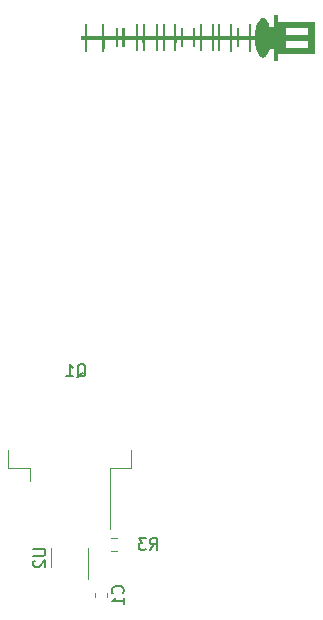
<source format=gbr>
%TF.GenerationSoftware,KiCad,Pcbnew,7.0.2*%
%TF.CreationDate,2024-03-28T21:29:25-05:00*%
%TF.ProjectId,Relay_board_hardware,52656c61-795f-4626-9f61-72645f686172,rev?*%
%TF.SameCoordinates,Original*%
%TF.FileFunction,Legend,Bot*%
%TF.FilePolarity,Positive*%
%FSLAX46Y46*%
G04 Gerber Fmt 4.6, Leading zero omitted, Abs format (unit mm)*
G04 Created by KiCad (PCBNEW 7.0.2) date 2024-03-28 21:29:25*
%MOMM*%
%LPD*%
G01*
G04 APERTURE LIST*
%ADD10C,0.150000*%
%ADD11C,0.120000*%
G04 APERTURE END LIST*
D10*
%TO.C,C1*%
X145942380Y-102930833D02*
X145990000Y-102883214D01*
X145990000Y-102883214D02*
X146037619Y-102740357D01*
X146037619Y-102740357D02*
X146037619Y-102645119D01*
X146037619Y-102645119D02*
X145990000Y-102502262D01*
X145990000Y-102502262D02*
X145894761Y-102407024D01*
X145894761Y-102407024D02*
X145799523Y-102359405D01*
X145799523Y-102359405D02*
X145609047Y-102311786D01*
X145609047Y-102311786D02*
X145466190Y-102311786D01*
X145466190Y-102311786D02*
X145275714Y-102359405D01*
X145275714Y-102359405D02*
X145180476Y-102407024D01*
X145180476Y-102407024D02*
X145085238Y-102502262D01*
X145085238Y-102502262D02*
X145037619Y-102645119D01*
X145037619Y-102645119D02*
X145037619Y-102740357D01*
X145037619Y-102740357D02*
X145085238Y-102883214D01*
X145085238Y-102883214D02*
X145132857Y-102930833D01*
X146037619Y-103883214D02*
X146037619Y-103311786D01*
X146037619Y-103597500D02*
X145037619Y-103597500D01*
X145037619Y-103597500D02*
X145180476Y-103502262D01*
X145180476Y-103502262D02*
X145275714Y-103407024D01*
X145275714Y-103407024D02*
X145323333Y-103311786D01*
%TO.C,R3*%
X148248666Y-99268619D02*
X148581999Y-98792428D01*
X148820094Y-99268619D02*
X148820094Y-98268619D01*
X148820094Y-98268619D02*
X148439142Y-98268619D01*
X148439142Y-98268619D02*
X148343904Y-98316238D01*
X148343904Y-98316238D02*
X148296285Y-98363857D01*
X148296285Y-98363857D02*
X148248666Y-98459095D01*
X148248666Y-98459095D02*
X148248666Y-98601952D01*
X148248666Y-98601952D02*
X148296285Y-98697190D01*
X148296285Y-98697190D02*
X148343904Y-98744809D01*
X148343904Y-98744809D02*
X148439142Y-98792428D01*
X148439142Y-98792428D02*
X148820094Y-98792428D01*
X147915332Y-98268619D02*
X147296285Y-98268619D01*
X147296285Y-98268619D02*
X147629618Y-98649571D01*
X147629618Y-98649571D02*
X147486761Y-98649571D01*
X147486761Y-98649571D02*
X147391523Y-98697190D01*
X147391523Y-98697190D02*
X147343904Y-98744809D01*
X147343904Y-98744809D02*
X147296285Y-98840047D01*
X147296285Y-98840047D02*
X147296285Y-99078142D01*
X147296285Y-99078142D02*
X147343904Y-99173380D01*
X147343904Y-99173380D02*
X147391523Y-99221000D01*
X147391523Y-99221000D02*
X147486761Y-99268619D01*
X147486761Y-99268619D02*
X147772475Y-99268619D01*
X147772475Y-99268619D02*
X147867713Y-99221000D01*
X147867713Y-99221000D02*
X147915332Y-99173380D01*
%TO.C,U2*%
X138400619Y-99192595D02*
X139210142Y-99192595D01*
X139210142Y-99192595D02*
X139305380Y-99240214D01*
X139305380Y-99240214D02*
X139353000Y-99287833D01*
X139353000Y-99287833D02*
X139400619Y-99383071D01*
X139400619Y-99383071D02*
X139400619Y-99573547D01*
X139400619Y-99573547D02*
X139353000Y-99668785D01*
X139353000Y-99668785D02*
X139305380Y-99716404D01*
X139305380Y-99716404D02*
X139210142Y-99764023D01*
X139210142Y-99764023D02*
X138400619Y-99764023D01*
X138495857Y-100192595D02*
X138448238Y-100240214D01*
X138448238Y-100240214D02*
X138400619Y-100335452D01*
X138400619Y-100335452D02*
X138400619Y-100573547D01*
X138400619Y-100573547D02*
X138448238Y-100668785D01*
X138448238Y-100668785D02*
X138495857Y-100716404D01*
X138495857Y-100716404D02*
X138591095Y-100764023D01*
X138591095Y-100764023D02*
X138686333Y-100764023D01*
X138686333Y-100764023D02*
X138829190Y-100716404D01*
X138829190Y-100716404D02*
X139400619Y-100144976D01*
X139400619Y-100144976D02*
X139400619Y-100764023D01*
%TO.C,Q1*%
X142081238Y-84661857D02*
X142176476Y-84614238D01*
X142176476Y-84614238D02*
X142271714Y-84519000D01*
X142271714Y-84519000D02*
X142414571Y-84376142D01*
X142414571Y-84376142D02*
X142509809Y-84328523D01*
X142509809Y-84328523D02*
X142605047Y-84328523D01*
X142557428Y-84566619D02*
X142652666Y-84519000D01*
X142652666Y-84519000D02*
X142747904Y-84423761D01*
X142747904Y-84423761D02*
X142795523Y-84233285D01*
X142795523Y-84233285D02*
X142795523Y-83899952D01*
X142795523Y-83899952D02*
X142747904Y-83709476D01*
X142747904Y-83709476D02*
X142652666Y-83614238D01*
X142652666Y-83614238D02*
X142557428Y-83566619D01*
X142557428Y-83566619D02*
X142366952Y-83566619D01*
X142366952Y-83566619D02*
X142271714Y-83614238D01*
X142271714Y-83614238D02*
X142176476Y-83709476D01*
X142176476Y-83709476D02*
X142128857Y-83899952D01*
X142128857Y-83899952D02*
X142128857Y-84233285D01*
X142128857Y-84233285D02*
X142176476Y-84423761D01*
X142176476Y-84423761D02*
X142271714Y-84519000D01*
X142271714Y-84519000D02*
X142366952Y-84566619D01*
X142366952Y-84566619D02*
X142557428Y-84566619D01*
X141176476Y-84566619D02*
X141747904Y-84566619D01*
X141462190Y-84566619D02*
X141462190Y-83566619D01*
X141462190Y-83566619D02*
X141557428Y-83709476D01*
X141557428Y-83709476D02*
X141652666Y-83804714D01*
X141652666Y-83804714D02*
X141747904Y-83852333D01*
D11*
%TO.C,C1*%
X144655000Y-103243767D02*
X144655000Y-102951233D01*
X143635000Y-103243767D02*
X143635000Y-102951233D01*
%TO.C,R3*%
X145439224Y-98283500D02*
X144929776Y-98283500D01*
X145439224Y-99328500D02*
X144929776Y-99328500D01*
%TO.C,U2*%
X139918000Y-99954500D02*
X139918000Y-100754500D01*
X143038000Y-99954500D02*
X143038000Y-101754500D01*
X143038000Y-99954500D02*
X143038000Y-99154500D01*
X139918000Y-99954500D02*
X139918000Y-99154500D01*
%TO.C,G\u002A\u002A\u002A*%
G36*
X159125538Y-54283965D02*
G01*
X159125538Y-54565619D01*
X160661828Y-54565619D01*
X162198119Y-54565619D01*
X162198119Y-55914140D01*
X162198119Y-57262662D01*
X160998959Y-57264793D01*
X160908717Y-57264941D01*
X160698710Y-57265191D01*
X160492058Y-57265314D01*
X160292608Y-57265315D01*
X160104210Y-57265197D01*
X159930711Y-57264965D01*
X159775959Y-57264623D01*
X159643803Y-57264177D01*
X159538090Y-57263631D01*
X159462669Y-57262989D01*
X159125538Y-57259054D01*
X159125538Y-57551046D01*
X159125538Y-57843038D01*
X158946304Y-57843038D01*
X158767070Y-57843038D01*
X158767070Y-57348011D01*
X158767070Y-56852984D01*
X158590826Y-56852984D01*
X158414582Y-56852984D01*
X158350105Y-57027951D01*
X158289151Y-57175970D01*
X158211097Y-57322898D01*
X158127178Y-57438664D01*
X158038022Y-57522566D01*
X157944256Y-57573899D01*
X157846508Y-57591961D01*
X157835181Y-57591864D01*
X157739849Y-57572522D01*
X157647863Y-57521637D01*
X157560369Y-57441479D01*
X157478512Y-57334315D01*
X157403436Y-57202414D01*
X157336287Y-57048046D01*
X157278210Y-56873479D01*
X157256138Y-56784705D01*
X159791264Y-56784705D01*
X160730108Y-56784705D01*
X161668952Y-56784705D01*
X161668952Y-56477447D01*
X161668952Y-56170188D01*
X160730108Y-56170188D01*
X159791264Y-56170188D01*
X159791264Y-56477447D01*
X159791264Y-56784705D01*
X157256138Y-56784705D01*
X157230349Y-56680981D01*
X157193850Y-56472822D01*
X157169858Y-56251270D01*
X157158463Y-56101909D01*
X156989783Y-56101909D01*
X156821103Y-56101909D01*
X156821103Y-56614006D01*
X156821103Y-57126102D01*
X156727218Y-57126102D01*
X156633334Y-57126102D01*
X156633334Y-56614006D01*
X156633334Y-56101909D01*
X156223656Y-56101909D01*
X155813979Y-56101909D01*
X155813979Y-56417702D01*
X155813979Y-56733495D01*
X155720095Y-56733495D01*
X155626210Y-56733495D01*
X155626210Y-56417143D01*
X155626210Y-56100791D01*
X155434174Y-56105617D01*
X155242138Y-56110444D01*
X155237616Y-56618273D01*
X155233095Y-57126102D01*
X155147999Y-57126102D01*
X155062904Y-57126102D01*
X155062904Y-56613702D01*
X155062904Y-56101302D01*
X154648959Y-56105873D01*
X154235014Y-56110444D01*
X154230476Y-56584133D01*
X154225939Y-57057823D01*
X154140859Y-57057823D01*
X154055780Y-57057823D01*
X154055780Y-56579866D01*
X154055780Y-56101909D01*
X153859476Y-56101909D01*
X153663173Y-56101909D01*
X153663173Y-56579866D01*
X153663173Y-57057823D01*
X153578093Y-57057823D01*
X153493014Y-57057823D01*
X153488476Y-56584133D01*
X153483939Y-56110444D01*
X153069994Y-56105873D01*
X152656049Y-56101302D01*
X152656049Y-56579562D01*
X152656049Y-57057823D01*
X152570969Y-57057823D01*
X152485890Y-57057823D01*
X152481353Y-56584133D01*
X152476815Y-56110444D01*
X152284779Y-56105617D01*
X152092742Y-56100791D01*
X152092742Y-56417143D01*
X152092742Y-56733495D01*
X151998858Y-56733495D01*
X151904974Y-56733495D01*
X151904974Y-56417702D01*
X151904974Y-56101909D01*
X151495296Y-56101909D01*
X151085619Y-56101909D01*
X151085619Y-56417702D01*
X151085619Y-56733495D01*
X150991734Y-56733495D01*
X150897850Y-56733495D01*
X150897850Y-56417143D01*
X150897850Y-56100791D01*
X150705814Y-56105617D01*
X150513777Y-56110444D01*
X150509240Y-56584133D01*
X150504702Y-57057823D01*
X150419623Y-57057823D01*
X150334543Y-57057823D01*
X150334543Y-56579562D01*
X150334544Y-56101302D01*
X149920599Y-56105873D01*
X149506654Y-56110444D01*
X149502116Y-56584133D01*
X149497579Y-57057823D01*
X149412499Y-57057823D01*
X149327420Y-57057823D01*
X149327420Y-56579866D01*
X149327420Y-56101909D01*
X149131116Y-56101909D01*
X148934812Y-56101909D01*
X148934812Y-56579866D01*
X148934812Y-57057823D01*
X148849733Y-57057823D01*
X148764653Y-57057823D01*
X148760116Y-56584133D01*
X148755578Y-56110444D01*
X148281889Y-56105906D01*
X147808199Y-56101369D01*
X147808199Y-56579596D01*
X147808199Y-57057823D01*
X147723120Y-57057823D01*
X147638041Y-57057823D01*
X147633503Y-56584133D01*
X147628966Y-56110444D01*
X147436929Y-56105617D01*
X147244893Y-56100791D01*
X147244893Y-56579307D01*
X147244893Y-57057823D01*
X147151009Y-57057823D01*
X147057124Y-57057823D01*
X147057124Y-56579866D01*
X147057124Y-56101909D01*
X146587702Y-56101909D01*
X146118280Y-56101909D01*
X146118280Y-56417702D01*
X146118280Y-56733495D01*
X146024396Y-56733495D01*
X145930511Y-56733495D01*
X145930511Y-56417143D01*
X145930511Y-56100791D01*
X145738475Y-56105617D01*
X145546439Y-56110444D01*
X145541786Y-56421969D01*
X145537134Y-56733495D01*
X145452554Y-56733495D01*
X145367975Y-56733495D01*
X145363322Y-56421969D01*
X145358670Y-56110444D01*
X144889248Y-56110444D01*
X144419826Y-56110444D01*
X144415304Y-56618273D01*
X144410783Y-57126102D01*
X144325941Y-57126102D01*
X144241100Y-57126102D01*
X144236578Y-56618273D01*
X144232057Y-56110444D01*
X143579134Y-56105974D01*
X142926210Y-56101503D01*
X142926210Y-56613803D01*
X142926210Y-57126102D01*
X142832326Y-57126102D01*
X142738441Y-57126102D01*
X142738441Y-56614006D01*
X142738441Y-56101909D01*
X142584812Y-56101909D01*
X142431183Y-56101909D01*
X142431183Y-55914140D01*
X142431183Y-55726371D01*
X142584812Y-55726371D01*
X142738441Y-55726371D01*
X142738441Y-55222809D01*
X142738441Y-54719248D01*
X142832326Y-54719248D01*
X142926210Y-54719248D01*
X142926210Y-55222809D01*
X142926210Y-55726371D01*
X143583401Y-55726371D01*
X144240592Y-55726371D01*
X144240592Y-55222809D01*
X144240592Y-54719248D01*
X144325941Y-54719248D01*
X144411291Y-54719248D01*
X144411291Y-55222809D01*
X144411291Y-55726371D01*
X144889248Y-55726371D01*
X145367205Y-55726371D01*
X145367205Y-55419113D01*
X145367205Y-55111855D01*
X145452554Y-55111855D01*
X145537904Y-55111855D01*
X145537904Y-55419113D01*
X145537904Y-55726371D01*
X145734207Y-55726371D01*
X145930511Y-55726371D01*
X145930511Y-55419113D01*
X145930511Y-55111855D01*
X146024396Y-55111855D01*
X146118280Y-55111855D01*
X146118280Y-55419113D01*
X146118280Y-55726371D01*
X146587702Y-55726371D01*
X147057124Y-55726371D01*
X147057124Y-55256949D01*
X147057124Y-54787527D01*
X147151009Y-54787527D01*
X147244893Y-54787527D01*
X147244893Y-55256949D01*
X147244893Y-55726371D01*
X147441197Y-55726371D01*
X147637500Y-55726371D01*
X147637500Y-55256949D01*
X147637500Y-54787527D01*
X147722850Y-54787527D01*
X147808199Y-54787527D01*
X147808199Y-55256949D01*
X147808199Y-55726371D01*
X148286156Y-55726371D01*
X148764113Y-55726371D01*
X148764113Y-55256949D01*
X148764113Y-54787527D01*
X148849463Y-54787527D01*
X148934812Y-54787527D01*
X148934812Y-55256949D01*
X148934812Y-55726371D01*
X149131116Y-55726371D01*
X149327420Y-55726371D01*
X149327420Y-55256949D01*
X149327420Y-54787527D01*
X149412769Y-54787527D01*
X149498119Y-54787527D01*
X149498119Y-55256949D01*
X149498119Y-55726371D01*
X149916331Y-55726371D01*
X150334543Y-55726371D01*
X150334543Y-55256949D01*
X150334543Y-54787527D01*
X150419893Y-54787527D01*
X150505242Y-54787527D01*
X150505242Y-55256949D01*
X150505242Y-55726371D01*
X150701546Y-55726371D01*
X150897850Y-55726371D01*
X150897850Y-55419113D01*
X150897850Y-55111855D01*
X150991734Y-55111855D01*
X151085619Y-55111855D01*
X151085619Y-55419113D01*
X151085619Y-55726371D01*
X151495296Y-55726371D01*
X151904974Y-55726371D01*
X151904974Y-55419113D01*
X151904974Y-55111855D01*
X151998858Y-55111855D01*
X152092742Y-55111855D01*
X152092742Y-55419113D01*
X152092742Y-55726371D01*
X152289046Y-55726371D01*
X152485350Y-55726371D01*
X152485350Y-55256949D01*
X152485350Y-54787527D01*
X152570699Y-54787527D01*
X152656049Y-54787527D01*
X152656049Y-55256949D01*
X152656049Y-55726371D01*
X153074261Y-55726371D01*
X153492474Y-55726371D01*
X153492474Y-55256949D01*
X153492474Y-54787527D01*
X153577823Y-54787527D01*
X153663173Y-54787527D01*
X153663173Y-55256949D01*
X153663173Y-55726371D01*
X153859476Y-55726371D01*
X154055780Y-55726371D01*
X154055780Y-55256949D01*
X154055780Y-54787527D01*
X154141130Y-54787527D01*
X154226479Y-54787527D01*
X154226479Y-55256949D01*
X154226479Y-55726371D01*
X154644691Y-55726371D01*
X155062904Y-55726371D01*
X155062904Y-55222809D01*
X155062904Y-54719248D01*
X155148253Y-54719248D01*
X155233603Y-54719248D01*
X155233603Y-55222809D01*
X155233603Y-55726371D01*
X155429906Y-55726371D01*
X155626210Y-55726371D01*
X155626210Y-55419113D01*
X155626210Y-55111855D01*
X155720095Y-55111855D01*
X155813979Y-55111855D01*
X155813979Y-55419113D01*
X155813979Y-55726371D01*
X156223656Y-55726371D01*
X156633334Y-55726371D01*
X156633334Y-55222809D01*
X156633334Y-54719248D01*
X156727218Y-54719248D01*
X156821103Y-54719248D01*
X156821103Y-55222809D01*
X156821103Y-55726371D01*
X156990025Y-55726371D01*
X157158947Y-55726371D01*
X157163131Y-55675162D01*
X159791264Y-55675162D01*
X160730108Y-55675162D01*
X161668952Y-55675162D01*
X161668952Y-55367903D01*
X161668952Y-55060645D01*
X160730108Y-55060645D01*
X159791264Y-55060645D01*
X159791264Y-55367903D01*
X159791264Y-55675162D01*
X157163131Y-55675162D01*
X157170454Y-55585545D01*
X157189887Y-55403711D01*
X157227388Y-55179354D01*
X157277672Y-54971652D01*
X157339597Y-54783953D01*
X157412019Y-54619607D01*
X157493795Y-54481963D01*
X157583782Y-54374369D01*
X157621981Y-54339184D01*
X157708033Y-54278130D01*
X157790828Y-54248160D01*
X157874900Y-54248113D01*
X157964785Y-54276827D01*
X157994242Y-54292063D01*
X158081336Y-54358740D01*
X158165691Y-54454454D01*
X158244697Y-54575396D01*
X158315744Y-54717752D01*
X158376223Y-54877713D01*
X158413779Y-54993503D01*
X158586157Y-54988667D01*
X158758535Y-54983831D01*
X158763065Y-54493072D01*
X158767594Y-54002312D01*
X158946566Y-54002312D01*
X159125538Y-54002312D01*
X159125538Y-54283965D01*
G37*
%TO.C,Q1*%
X136278000Y-92358000D02*
X138088000Y-92358000D01*
X138088000Y-92358000D02*
X138088000Y-93458000D01*
X144868000Y-92358000D02*
X144868000Y-97483000D01*
X146678000Y-92358000D02*
X144868000Y-92358000D01*
X136278000Y-90858000D02*
X136278000Y-92358000D01*
X146678000Y-90858000D02*
X146678000Y-92358000D01*
%TD*%
M02*

</source>
